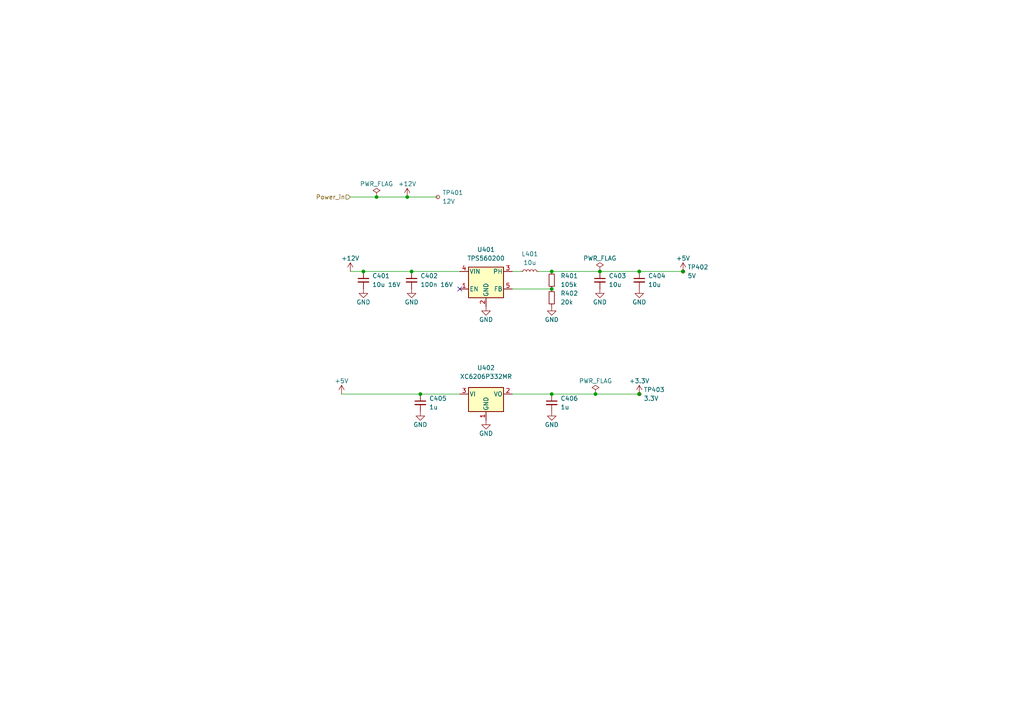
<source format=kicad_sch>
(kicad_sch (version 20211123) (generator eeschema)
  (paper "A4")
  (title_block (title "led-efficiency-measurement - POWER") (date "2023-01-24") (rev "0.1") (comment 4 "Unless specified, all capacitors should be rated for 10V or higher"))
  (lib_symbols
    (symbol "Device:C_Small" (pin_numbers hide) (pin_names (offset 0.254) hide)
      (property "Reference" "C" (at 0.254 1.778 0))
      (property "Value" "C_Small" (at 0.254 -2.032 0))
      (symbol "C_Small_0_1"
        (polyline (pts (xy -1.524 -0.508) (xy 1.524 -0.508)) (stroke (width 0.3302)))
        (polyline (pts (xy -1.524 0.508) (xy 1.524 0.508)) (stroke (width 0.3048)))
      )
      (symbol "C_Small_1_1"
        (pin passive line (at 0 2.54 270) (length 2.032) (name "~") (number "1"))
        (pin passive line (at 0 -2.54 90) (length 2.032) (name "~") (number "2"))
      )
    )
    (symbol "Device:L_Small" (pin_numbers hide) (pin_names (offset 0.254) hide)
      (property "Reference" "L" (at 0.762 1.016 0))
      (property "Value" "L_Small" (at 0.762 -1.016 0))
      (symbol "L_Small_0_1"
        (arc (start 0 -2.032) (mid 0.508 -1.524) (end 0 -1.016))
        (arc (start 0 -1.016) (mid 0.508 -0.508) (end 0 0))
        (arc (start 0 0) (mid 0.508 0.508) (end 0 1.016))
        (arc (start 0 1.016) (mid 0.508 1.524) (end 0 2.032))
      )
      (symbol "L_Small_1_1"
        (pin passive line (at 0 2.54 270) (length 0.508) (name "~") (number "1"))
        (pin passive line (at 0 -2.54 90) (length 0.508) (name "~") (number "2"))
      )
    )
    (symbol "Device:R_Small" (pin_numbers hide) (pin_names (offset 0.254) hide)
      (property "Reference" "R" (at 0.762 0.508 0))
      (property "Value" "R_Small" (at 0.762 -1.016 0))
      (symbol "R_Small_0_1"
        (rectangle (start -0.762 1.778) (end 0.762 -1.778) (stroke (width 0.2032)))
      )
      (symbol "R_Small_1_1"
        (pin passive line (at 0 2.54 270) (length 0.762) (name "~") (number "1"))
        (pin passive line (at 0 -2.54 90) (length 0.762) (name "~") (number "2"))
      )
    )
    (symbol "Regulator_Linear:XC6206PxxxMR" (pin_names (offset 0.254))
      (property "Reference" "U" (at -3.81 3.175 0))
      (property "Value" "XC6206PxxxMR" (at 0 3.175 0))
      (symbol "XC6206PxxxMR_0_1"
        (rectangle (start -5.08 1.905) (end 5.08 -5.08) (stroke (width 0.254)) (fill (type background)))
      )
      (symbol "XC6206PxxxMR_1_1"
        (pin power_in line (at 0 -7.62 90) (length 2.54) (name "GND") (number "1"))
        (pin power_out line (at 7.62 0 180) (length 2.54) (name "VO") (number "2"))
        (pin power_in line (at -7.62 0 0) (length 2.54) (name "VI") (number "3"))
      )
    )
    (symbol "Regulator_Switching:TPS560200" (pin_names (offset 0.254))
      (property "Reference" "U" (at -5.08 5.08 0))
      (property "Value" "TPS560200" (at 0 5.08 0))
      (symbol "TPS560200_0_1"
        (rectangle (start -5.08 3.81) (end 5.08 -5.08) (stroke (width 0.254)) (fill (type background)))
      )
      (symbol "TPS560200_1_1"
        (pin input line (at -7.62 -2.54 0) (length 2.54) (name "EN") (number "1"))
        (pin power_in line (at 0 -7.62 90) (length 2.54) (name "GND") (number "2"))
        (pin power_out line (at 7.62 2.54 180) (length 2.54) (name "PH") (number "3"))
        (pin power_in line (at -7.62 2.54 0) (length 2.54) (name "VIN") (number "4"))
        (pin input line (at 7.62 -2.54 180) (length 2.54) (name "FB") (number "5"))
      )
    )
    (symbol "Seppl_Testpoint:TestPoint_Small" (pin_numbers hide) (pin_names (offset 0.762) hide) (in_bom no)
      (property "Reference" "TP" (at 0 3.81 0))
      (property "Value" "TestPoint_Small" (at 0 2.032 0))
      (symbol "TestPoint_Small_0_1"
        (circle (center 0 0) (radius 0.508))
      )
      (symbol "TestPoint_Small_1_1"
        (pin passive line (at 0 0 90) (length 0) (name "1") (number "1"))
      )
    )
    (symbol "power:+12V" (power) (pin_names (offset 0))
      (property "Value" "+12V" (at 0 3.556 0))
      (symbol "+12V_0_1"
        (polyline (pts (xy -0.762 1.27) (xy 0 2.54)))
        (polyline (pts (xy 0 0) (xy 0 2.54)))
        (polyline (pts (xy 0 2.54) (xy 0.762 1.27)))
      )
      (symbol "+12V_1_1"
        (pin power_in line (at 0 0 90) (length 0) hide (name "+12V") (number "1"))
      )
    )
    (symbol "power:+3.3V" (power) (pin_names (offset 0))
      (property "Value" "+3.3V" (at 0 3.556 0))
      (symbol "+3.3V_0_1"
        (polyline (pts (xy -0.762 1.27) (xy 0 2.54)))
        (polyline (pts (xy 0 0) (xy 0 2.54)))
        (polyline (pts (xy 0 2.54) (xy 0.762 1.27)))
      )
      (symbol "+3.3V_1_1"
        (pin power_in line (at 0 0 90) (length 0) hide (name "+3.3V") (number "1"))
      )
    )
    (symbol "power:+5V" (power) (pin_names (offset 0))
      (property "Value" "+5V" (at 0 3.556 0))
      (symbol "+5V_0_1"
        (polyline (pts (xy -0.762 1.27) (xy 0 2.54)))
        (polyline (pts (xy 0 0) (xy 0 2.54)))
        (polyline (pts (xy 0 2.54) (xy 0.762 1.27)))
      )
      (symbol "+5V_1_1"
        (pin power_in line (at 0 0 90) (length 0) hide (name "+5V") (number "1"))
      )
    )
    (symbol "power:GND" (power) (pin_names (offset 0))
      (property "Value" "GND" (at 0 -3.81 0))
      (symbol "GND_0_1"
        (polyline (pts (xy 0 0) (xy 0 -1.27) (xy 1.27 -1.27) (xy 0 -2.54) (xy -1.27 -1.27) (xy 0 -1.27)))
      )
      (symbol "GND_1_1"
        (pin power_in line (at 0 0 270) (length 0) hide (name "GND") (number "1"))
      )
    )
    (symbol "power:PWR_FLAG" (power) (pin_numbers hide) (pin_names (offset 0) hide)
      (property "Value" "PWR_FLAG" (at 0 3.81 0))
      (symbol "PWR_FLAG_0_0"
        (pin power_out line (at 0 0 90) (length 0) (name "pwr") (number "1"))
      )
      (symbol "PWR_FLAG_0_1"
        (polyline (pts (xy 0 0) (xy 0 1.27) (xy -1.016 1.905) (xy 0 2.54) (xy 1.016 1.905) (xy 0 1.27)))
      )
    )
  )
  (junction (at 105.41 78.74))
  (junction (at 160.02 114.3))
  (junction (at 185.42 78.74))
  (junction (at 172.72 114.3))
  (junction (at 160.02 83.82))
  (junction (at 160.02 78.74))
  (junction (at 185.42 114.3))
  (junction (at 121.92 114.3))
  (junction (at 109.22 57.15))
  (junction (at 118.11 57.15))
  (junction (at 198.12 78.74))
  (junction (at 173.99 78.74))
  (junction (at 119.38 78.74))
  (no_connect (at 133.35 83.82))
  (wire (pts (xy 118.11 57.15) (xy 127 57.15)))
  (wire (pts (xy 160.02 78.74) (xy 173.99 78.74)))
  (wire (pts (xy 101.6 57.15) (xy 109.22 57.15)))
  (wire (pts (xy 109.22 57.15) (xy 118.11 57.15)))
  (wire (pts (xy 185.42 78.74) (xy 198.12 78.74)))
  (wire (pts (xy 172.72 114.3) (xy 160.02 114.3)))
  (wire (pts (xy 185.42 114.3) (xy 172.72 114.3)))
  (wire (pts (xy 101.6 78.74) (xy 105.41 78.74)))
  (wire (pts (xy 156.21 78.74) (xy 160.02 78.74)))
  (wire (pts (xy 148.59 114.3) (xy 160.02 114.3)))
  (wire (pts (xy 99.06 114.3) (xy 121.92 114.3)))
  (wire (pts (xy 148.59 78.74) (xy 151.13 78.74)))
  (wire (pts (xy 121.92 114.3) (xy 133.35 114.3)))
  (wire (pts (xy 105.41 78.74) (xy 119.38 78.74)))
  (wire (pts (xy 119.38 78.74) (xy 133.35 78.74)))
  (wire (pts (xy 173.99 78.74) (xy 185.42 78.74)))
  (wire (pts (xy 148.59 83.82) (xy 160.02 83.82)))
  (hierarchical_label "Power_in" (shape input) (at 101.6 57.15 180))
  (symbol (lib_id "Device:R_Small") (at 160.02 86.36 0) (unit 1)
    (property "Reference" "R402" (at 162.56 85.0899 0) (effects (justify left)))
    (property "Value" "20k" (at 162.56 87.6299 0) (effects (justify left)))
    (property "Footprint" "Resistor_SMD:R_0805_2012Metric_Pad1.20x1.40mm_HandSolder" (effects hide))
  )
  (symbol (lib_id "power:PWR_FLAG") (at 109.22 57.15 0) (unit 1)
    (property "Reference" "#FLG0401" (effects hide))
    (property "Value" "PWR_FLAG" (at 109.22 53.34 0))
  )
  (symbol (lib_id "Device:C_Small") (at 160.02 116.84 0) (unit 1)
    (property "Reference" "C406" (at 162.56 115.5762 0) (effects (justify left)))
    (property "Value" "1u" (at 162.56 118.1162 0) (effects (justify left)))
    (property "Footprint" "Capacitor_SMD:C_0805_2012Metric_Pad1.18x1.45mm_HandSolder" (effects hide))
  )
  (symbol (lib_id "Device:C_Small") (at 105.41 81.28 0) (unit 1)
    (property "Reference" "C401" (at 107.95 80.0162 0) (effects (justify left)))
    (property "Value" "10u 16V" (at 107.95 82.5562 0) (effects (justify left)))
    (property "Footprint" "Capacitor_SMD:C_0805_2012Metric_Pad1.18x1.45mm_HandSolder" (effects hide))
  )
  (symbol (lib_id "Seppl_Testpoint:TestPoint_Small") (at 185.42 114.3 0) (unit 1) (in_bom no)
    (property "Reference" "TP403" (at 186.69 113.0299 0) (effects (justify left)))
    (property "Value" "3.3V" (at 186.69 115.5699 0) (effects (justify left)))
    (property "Footprint" "TestPoint:TestPoint_Pad_D1.5mm" (effects hide))
  )
  (symbol (lib_id "power:PWR_FLAG") (at 172.72 114.3 0) (unit 1)
    (property "Reference" "#FLG0403" (effects hide))
    (property "Value" "PWR_FLAG" (at 172.72 110.49 0))
  )
  (symbol (lib_id "power:GND") (at 173.99 83.82 0) (unit 1)
    (property "Reference" "#PWR0406" (effects hide))
    (property "Value" "GND" (at 173.99 87.63 0))
  )
  (symbol (lib_id "power:+5V") (at 99.06 114.3 0) (unit 1)
    (property "Reference" "#PWR0410" (effects hide))
    (property "Value" "+5V" (at 99.06 110.49 0))
  )
  (symbol (lib_id "power:GND") (at 160.02 119.38 0) (unit 1)
    (property "Reference" "#PWR0413" (effects hide))
    (property "Value" "GND" (at 160.02 123.19 0))
  )
  (symbol (lib_id "power:+5V") (at 198.12 78.74 0) (unit 1)
    (property "Reference" "#PWR0403" (effects hide))
    (property "Value" "+5V" (at 198.12 74.93 0))
  )
  (symbol (lib_id "power:GND") (at 121.92 119.38 0) (unit 1)
    (property "Reference" "#PWR0412" (effects hide))
    (property "Value" "GND" (at 121.92 123.19 0))
  )
  (symbol (lib_id "Seppl_Testpoint:TestPoint_Small") (at 198.12 78.74 0) (unit 1) (in_bom no)
    (property "Reference" "TP402" (at 199.39 77.4699 0) (effects (justify left)))
    (property "Value" "5V" (at 199.39 80.0099 0) (effects (justify left)))
    (property "Footprint" "TestPoint:TestPoint_Pad_D1.5mm" (effects hide))
  )
  (symbol (lib_id "Seppl_Testpoint:TestPoint_Small") (at 127 57.15 0) (unit 1) (in_bom no)
    (property "Reference" "TP401" (at 128.27 55.8799 0) (effects (justify left)))
    (property "Value" "12V" (at 128.27 58.4199 0) (effects (justify left)))
    (property "Footprint" "TestPoint:TestPoint_Pad_D1.5mm" (effects hide))
  )
  (symbol (lib_id "power:+3.3V") (at 185.42 114.3 0) (unit 1)
    (property "Reference" "#PWR0411" (effects hide))
    (property "Value" "+3.3V" (at 185.42 110.49 0))
  )
  (symbol (lib_id "Device:C_Small") (at 119.38 81.28 0) (unit 1)
    (property "Reference" "C402" (at 121.92 80.0162 0) (effects (justify left)))
    (property "Value" "100n 16V" (at 121.92 82.5562 0) (effects (justify left)))
    (property "Footprint" "Capacitor_SMD:C_0805_2012Metric_Pad1.18x1.45mm_HandSolder" (effects hide))
  )
  (symbol (lib_id "Regulator_Switching:TPS560200") (at 140.97 81.28 0) (unit 1)
    (property "Reference" "U401" (at 140.97 72.39 0))
    (property "Value" "TPS560200" (at 140.97 74.93 0))
    (property "Footprint" "Package_TO_SOT_SMD:SOT-23-5" (effects hide))
    (property "Datasheet" "http://www.ti.com/lit/ds/symlink/tps560200.pdf" (effects hide))
  )
  (symbol (lib_id "Device:R_Small") (at 160.02 81.28 0) (unit 1)
    (property "Reference" "R401" (at 162.56 80.0099 0) (effects (justify left)))
    (property "Value" "105k" (at 162.56 82.5499 0) (effects (justify left)))
    (property "Footprint" "Resistor_SMD:R_0805_2012Metric_Pad1.20x1.40mm_HandSolder" (effects hide))
  )
  (symbol (lib_id "power:GND") (at 185.42 83.82 0) (unit 1)
    (property "Reference" "#PWR0407" (effects hide))
    (property "Value" "GND" (at 185.42 87.63 0))
  )
  (symbol (lib_id "power:GND") (at 140.97 121.92 0) (unit 1)
    (property "Reference" "#PWR0414" (effects hide))
    (property "Value" "GND" (at 140.97 125.73 0))
  )
  (symbol (lib_id "power:GND") (at 105.41 83.82 0) (unit 1)
    (property "Reference" "#PWR0404" (effects hide))
    (property "Value" "GND" (at 105.41 87.63 0))
  )
  (symbol (lib_id "power:GND") (at 160.02 88.9 0) (unit 1)
    (property "Reference" "#PWR0409" (effects hide))
    (property "Value" "GND" (at 160.02 92.71 0))
  )
  (symbol (lib_id "Device:C_Small") (at 173.99 81.28 0) (unit 1)
    (property "Reference" "C403" (at 176.53 80.0162 0) (effects (justify left)))
    (property "Value" "10u" (at 176.53 82.5562 0) (effects (justify left)))
    (property "Footprint" "Capacitor_SMD:C_0805_2012Metric_Pad1.18x1.45mm_HandSolder" (effects hide))
  )
  (symbol (lib_id "Regulator_Linear:XC6206PxxxMR") (at 140.97 114.3 0) (unit 1)
    (property "Reference" "U402" (at 140.97 106.68 0))
    (property "Value" "XC6206P332MR" (at 140.97 109.22 0))
    (property "Footprint" "Package_TO_SOT_SMD:SOT-23-3" (effects hide))
    (property "Datasheet" "https://www.torexsemi.com/file/xc6206/XC6206.pdf" (effects hide))
  )
  (symbol (lib_id "Device:C_Small") (at 121.92 116.84 0) (unit 1)
    (property "Reference" "C405" (at 124.46 115.5762 0) (effects (justify left)))
    (property "Value" "1u" (at 124.46 118.1162 0) (effects (justify left)))
    (property "Footprint" "Capacitor_SMD:C_0805_2012Metric_Pad1.18x1.45mm_HandSolder" (effects hide))
  )
  (symbol (lib_id "Device:L_Small") (at 153.67 78.74 90) (unit 1)
    (property "Reference" "L401" (at 153.67 73.66 90))
    (property "Value" "10u" (at 153.67 76.2 90))
    (property "Footprint" "Seppl_Inductor_SMD:L_WE-PD2" (effects hide))
  )
  (symbol (lib_id "power:PWR_FLAG") (at 173.99 78.74 0) (unit 1)
    (property "Reference" "#FLG0402" (effects hide))
    (property "Value" "PWR_FLAG" (at 173.99 74.93 0))
  )
  (symbol (lib_id "power:+12V") (at 101.6 78.74 0) (unit 1)
    (property "Reference" "#PWR0402" (effects hide))
    (property "Value" "+12V" (at 101.6 74.93 0))
  )
  (symbol (lib_id "power:+12V") (at 118.11 57.15 0) (unit 1)
    (property "Reference" "#PWR0401" (effects hide))
    (property "Value" "+12V" (at 118.11 53.34 0))
  )
  (symbol (lib_id "power:GND") (at 140.97 88.9 0) (unit 1)
    (property "Reference" "#PWR0408" (effects hide))
    (property "Value" "GND" (at 140.97 92.71 0))
  )
  (symbol (lib_id "power:GND") (at 119.38 83.82 0) (unit 1)
    (property "Reference" "#PWR0405" (effects hide))
    (property "Value" "GND" (at 119.38 87.63 0))
  )
  (symbol (lib_id "Device:C_Small") (at 185.42 81.28 0) (unit 1)
    (property "Reference" "C404" (at 187.96 80.0162 0) (effects (justify left)))
    (property "Value" "10u" (at 187.96 82.5562 0) (effects (justify left)))
    (property "Footprint" "Capacitor_SMD:C_0805_2012Metric_Pad1.18x1.45mm_HandSolder" (effects hide))
  )
)
</source>
